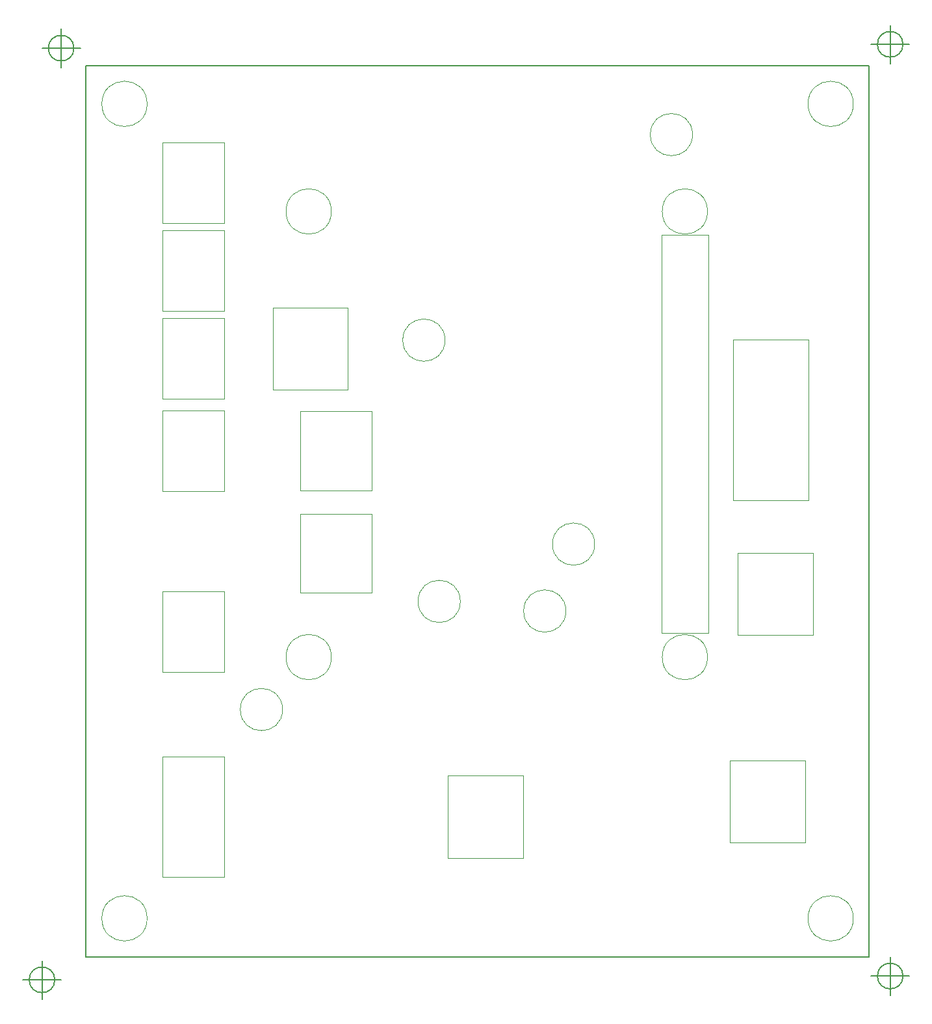
<source format=gbr>
%TF.GenerationSoftware,KiCad,Pcbnew,(5.1.0)-1*%
%TF.CreationDate,2019-04-24T14:24:49-04:00*%
%TF.ProjectId,SGschematic,53477363-6865-46d6-9174-69632e6b6963,rev?*%
%TF.SameCoordinates,Original*%
%TF.FileFunction,Other,User*%
%FSLAX46Y46*%
G04 Gerber Fmt 4.6, Leading zero omitted, Abs format (unit mm)*
G04 Created by KiCad (PCBNEW (5.1.0)-1) date 2019-04-24 14:24:49*
%MOMM*%
%LPD*%
G04 APERTURE LIST*
%ADD10C,0.150000*%
%ADD11C,0.050000*%
G04 APERTURE END LIST*
D10*
X44076666Y-165160000D02*
G75*
G03X44076666Y-165160000I-1666666J0D01*
G01*
X39910000Y-165160000D02*
X44910000Y-165160000D01*
X42410000Y-162660000D02*
X42410000Y-167660000D01*
X46576666Y-43910000D02*
G75*
G03X46576666Y-43910000I-1666666J0D01*
G01*
X42410000Y-43910000D02*
X47410000Y-43910000D01*
X44910000Y-41410000D02*
X44910000Y-46410000D01*
X154576666Y-43410000D02*
G75*
G03X154576666Y-43410000I-1666666J0D01*
G01*
X150410000Y-43410000D02*
X155410000Y-43410000D01*
X152910000Y-40910000D02*
X152910000Y-45910000D01*
X154576666Y-164660000D02*
G75*
G03X154576666Y-164660000I-1666666J0D01*
G01*
X150410000Y-164660000D02*
X155410000Y-164660000D01*
X152910000Y-162160000D02*
X152910000Y-167160000D01*
X48160000Y-162160000D02*
X48160000Y-46160000D01*
X150160000Y-162160000D02*
X48160000Y-162160000D01*
X150160000Y-46160000D02*
X150160000Y-162160000D01*
X48160000Y-46160000D02*
X150160000Y-46160000D01*
D11*
X129230000Y-68230000D02*
X123130000Y-68230000D01*
X123130000Y-68230000D02*
X123130000Y-120030000D01*
X123130000Y-120030000D02*
X129230000Y-120030000D01*
X129230000Y-120030000D02*
X129230000Y-68230000D01*
X142860000Y-109610000D02*
X133060000Y-109610000D01*
X142860000Y-120310000D02*
X142860000Y-109610000D01*
X133060000Y-120310000D02*
X142860000Y-120310000D01*
X133060000Y-109610000D02*
X133060000Y-120310000D01*
X80110000Y-123160000D02*
G75*
G03X80110000Y-123160000I-2950000J0D01*
G01*
X148110000Y-157160000D02*
G75*
G03X148110000Y-157160000I-2950000J0D01*
G01*
X148110000Y-51160000D02*
G75*
G03X148110000Y-51160000I-2950000J0D01*
G01*
X56110000Y-157160000D02*
G75*
G03X56110000Y-157160000I-2950000J0D01*
G01*
X129110000Y-123160000D02*
G75*
G03X129110000Y-123160000I-2950000J0D01*
G01*
X129110000Y-65160000D02*
G75*
G03X129110000Y-65160000I-2950000J0D01*
G01*
X56110000Y-51160000D02*
G75*
G03X56110000Y-51160000I-2950000J0D01*
G01*
X80110000Y-65160000D02*
G75*
G03X80110000Y-65160000I-2950000J0D01*
G01*
X94910000Y-81910000D02*
G75*
G03X94910000Y-81910000I-2750000J0D01*
G01*
X72480000Y-88350000D02*
X82280000Y-88350000D01*
X72480000Y-77650000D02*
X72480000Y-88350000D01*
X82280000Y-77650000D02*
X72480000Y-77650000D01*
X82280000Y-88350000D02*
X82280000Y-77650000D01*
X141860000Y-136610000D02*
X132060000Y-136610000D01*
X141860000Y-147310000D02*
X141860000Y-136610000D01*
X132060000Y-147310000D02*
X141860000Y-147310000D01*
X132060000Y-136610000D02*
X132060000Y-147310000D01*
X96910000Y-115910000D02*
G75*
G03X96910000Y-115910000I-2750000J0D01*
G01*
X73750000Y-129980000D02*
G75*
G03X73750000Y-129980000I-2750000J0D01*
G01*
X114410000Y-108450000D02*
G75*
G03X114410000Y-108450000I-2750000J0D01*
G01*
X110660000Y-117160000D02*
G75*
G03X110660000Y-117160000I-2750000J0D01*
G01*
X127160000Y-55160000D02*
G75*
G03X127160000Y-55160000I-2750000J0D01*
G01*
X132460000Y-102710000D02*
X142260000Y-102710000D01*
X132460000Y-81860000D02*
X132460000Y-102710000D01*
X142260000Y-81860000D02*
X132460000Y-81860000D01*
X142260000Y-102710000D02*
X142260000Y-81860000D01*
X76020000Y-104500000D02*
X85370000Y-104500000D01*
X76020000Y-104500000D02*
X76020000Y-114810000D01*
X85370000Y-114810000D02*
X85370000Y-104500000D01*
X85370000Y-114810000D02*
X76020000Y-114810000D01*
X76020000Y-91165000D02*
X85370000Y-91165000D01*
X76020000Y-91165000D02*
X76020000Y-101475000D01*
X85370000Y-101475000D02*
X85370000Y-91165000D01*
X85370000Y-101475000D02*
X76020000Y-101475000D01*
X58130000Y-66650000D02*
X58130000Y-56150000D01*
X58130000Y-66650000D02*
X66130000Y-66650000D01*
X66130000Y-56150000D02*
X58130000Y-56150000D01*
X66130000Y-56150000D02*
X66130000Y-66650000D01*
X58130000Y-78080000D02*
X58130000Y-67580000D01*
X58130000Y-78080000D02*
X66130000Y-78080000D01*
X66130000Y-67580000D02*
X58130000Y-67580000D01*
X66130000Y-67580000D02*
X66130000Y-78080000D01*
X58130000Y-89510000D02*
X58130000Y-79010000D01*
X58130000Y-89510000D02*
X66130000Y-89510000D01*
X66130000Y-79010000D02*
X58130000Y-79010000D01*
X66130000Y-79010000D02*
X66130000Y-89510000D01*
X58130000Y-101575000D02*
X58130000Y-91075000D01*
X58130000Y-101575000D02*
X66130000Y-101575000D01*
X66130000Y-91075000D02*
X58130000Y-91075000D01*
X66130000Y-91075000D02*
X66130000Y-101575000D01*
X58130000Y-125070000D02*
X58130000Y-114570000D01*
X58130000Y-125070000D02*
X66130000Y-125070000D01*
X66130000Y-114570000D02*
X58130000Y-114570000D01*
X66130000Y-114570000D02*
X66130000Y-125070000D01*
X58130000Y-151750000D02*
X58130000Y-136150000D01*
X58130000Y-151750000D02*
X66130000Y-151750000D01*
X66130000Y-136150000D02*
X58130000Y-136150000D01*
X66130000Y-136150000D02*
X66130000Y-151750000D01*
X105120000Y-138590000D02*
X95320000Y-138590000D01*
X105120000Y-149290000D02*
X105120000Y-138590000D01*
X95320000Y-149290000D02*
X105120000Y-149290000D01*
X95320000Y-138590000D02*
X95320000Y-149290000D01*
M02*

</source>
